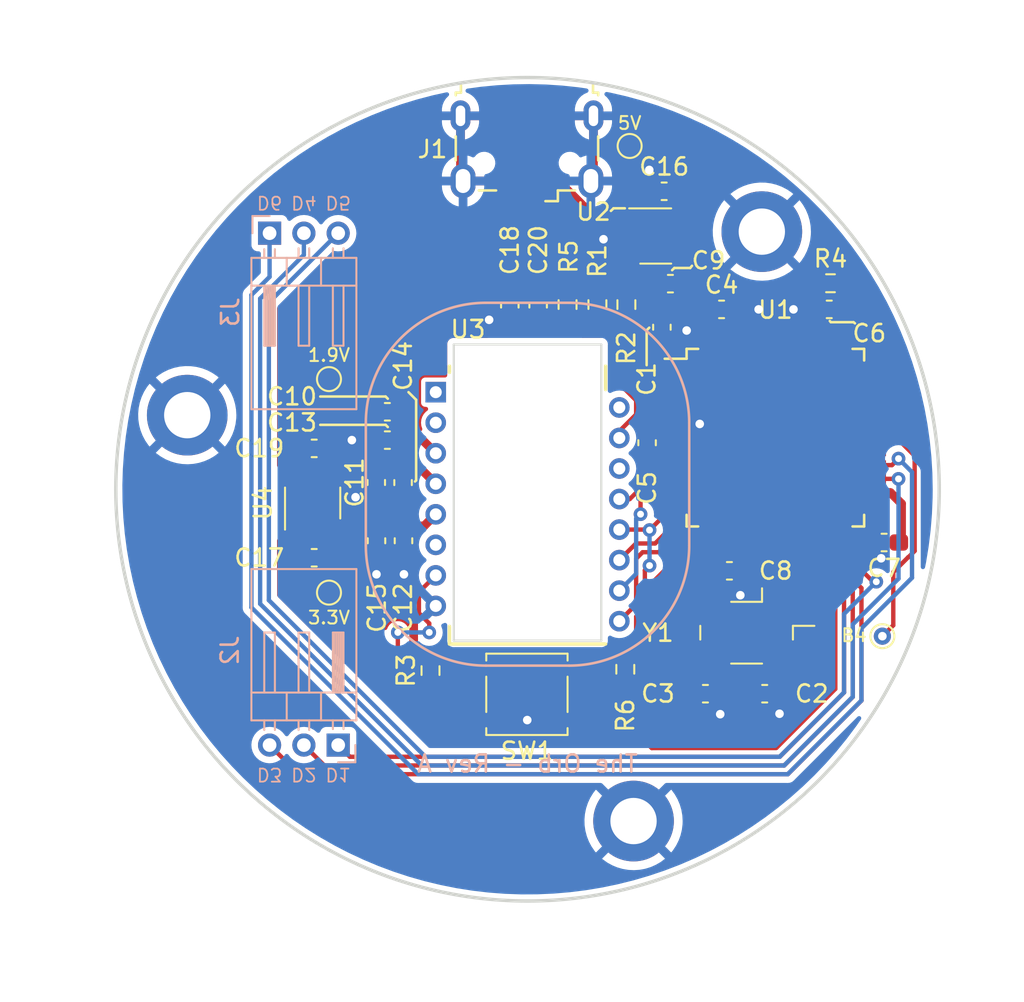
<source format=kicad_pcb>
(kicad_pcb (version 20211014) (generator pcbnew)
  (layers (0 "F.Cu" signal) (31 "B.Cu" jumper) (34 "B.Paste" user) (35 "F.Paste" user) (36 "B.SilkS" user "B.Silkscreen") (37 "F.SilkS" user "F.Silkscreen") (38 "B.Mask" user) (39 "F.Mask" user) (44 "Edge.Cuts" user))
  (net 0 "")
  (net 1 "GND")
  (net 2 "Net-(C2-Pad1)")
  (net 3 "Net-(C5-Pad1)")
  (net 4 "Net-(C3-Pad1)")
  (net 5 "Net-(R4-Pad2)")
  (net 6 "/RESET")
  (net 7 "/D-")
  (net 8 "/D+")
  (net 9 "VBUS")
  (net 10 "+3V3")
  (net 11 "Net-(C10-Pad1)")
  (net 12 "+1V9")
  (net 13 "/CONN_D+")
  (net 14 "/CONN_D-")
  (net 15 "/MISO")
  (net 16 "Net-(R5-Pad2)")
  (net 17 "/SS")
  (net 18 "/SCLK")
  (net 19 "/MOSI")
  (net 20 "/B7")
  (net 21 "/D1")
  (net 22 "/D2")
  (net 23 "/D3")
  (net 24 "/D5")
  (net 25 "/D4")
  (net 26 "/D6")
  (net 27 "/B4")
  (net 28 "/D0")
  (footprint "Capacitor_SMD:C_0603_1608Metric_Pad1.08x0.95mm_HandSolder" (layer "F.Cu") (at 115.279 95.2754)
    (fp_text reference "C9")
    (fp_text value "1uF")
  )
  (footprint "Capacitor_SMD:C_0603_1608Metric_Pad1.08x0.95mm_HandSolder" (layer "F.Cu") (at 98.7795 102.743 180)
    (fp_text reference "C10")
    (fp_text value "100nF")
  )
  (footprint "Capacitor_SMD:C_0603_1608Metric_Pad1.08x0.95mm_HandSolder" (layer "F.Cu") (at 98.1329 106.8644 -90)
    (fp_text reference "C11")
    (fp_text value "100nF")
  )
  (footprint "Capacitor_SMD:C_0603_1608Metric_Pad1.08x0.95mm_HandSolder" (layer "F.Cu") (at 99.7204 110.2614 -90)
    (fp_text reference "C12")
    (fp_text value "100nF")
  )
  (footprint "Capacitor_SMD:C_0603_1608Metric_Pad1.08x0.95mm_HandSolder" (layer "F.Cu") (at 98.7795 104.394)
    (fp_text reference "C13")
    (fp_text value "4.7uF")
  )
  (footprint "Capacitor_SMD:C_0603_1608Metric_Pad1.08x0.95mm_HandSolder" (layer "F.Cu") (at 99.695 106.8705 -90)
    (fp_text reference "C14")
    (fp_text value "10uF")
  )
  (footprint "Capacitor_SMD:C_0603_1608Metric_Pad1.08x0.95mm_HandSolder" (layer "F.Cu") (at 98.1456 110.2614 -90)
    (fp_text reference "C15")
    (fp_text value "10uF")
  )
  (footprint "Capacitor_SMD:C_0603_1608Metric_Pad1.08x0.95mm_HandSolder" (layer "F.Cu") (at 114.9144 89.8906 180)
    (fp_text reference "C16")
    (fp_text value "1uF")
  )
  (footprint "Capacitor_SMD:C_0603_1608Metric_Pad1.08x0.95mm_HandSolder" (layer "F.Cu") (at 94.5145 111.252 180)
    (fp_text reference "C17")
    (fp_text value "1uF")
  )
  (footprint "Capacitor_SMD:C_0603_1608Metric_Pad1.08x0.95mm_HandSolder" (layer "F.Cu") (at 105.918 96.520973 -90)
    (fp_text reference "C18")
    (fp_text value "10uF")
  )
  (footprint "Capacitor_SMD:C_0603_1608Metric_Pad1.08x0.95mm_HandSolder" (layer "F.Cu") (at 94.5145 104.8766 180)
    (fp_text reference "C19")
    (fp_text value "1uF")
  )
  (footprint "Capacitor_SMD:C_0603_1608Metric_Pad1.08x0.95mm_HandSolder" (layer "F.Cu") (at 107.569 96.520973 -90)
    (fp_text reference "C20")
    (fp_text value "100nF")
  )
  (footprint "Package_TO_SOT_SMD:SOT-23-5_HandSoldering" (layer "F.Cu") (at 114.4229 92.4966)
    (fp_text reference "U2")
    (fp_text value "LD39015M33R")
  )
  (footprint "Package_TO_SOT_SMD:SOT-23-5_HandSoldering" (layer "F.Cu") (at 94.4245 108.0605 90)
    (fp_text reference "U4")
    (fp_text value "TLV70019_SOT23-5")
  )
  (footprint "Resistor_SMD:R_0603_1608Metric_Pad0.98x0.95mm_HandSolder" (layer "F.Cu") (at 109.2835 96.494473 -90)
    (fp_text reference "R5")
    (fp_text value "13")
  )
  (footprint "Resistor_SMD:R_0603_1608Metric_Pad0.98x0.95mm_HandSolder" (layer "F.Cu") (at 112.649 117.7525 90)
    (fp_text reference "R6")
    (fp_text value "10K")
  )
  (footprint "Custom:USB_Micro-B_Wuerth_629105150521" (layer "F.Cu") (at 106.918 87.441 180)
    (fp_text reference "J1")
    (fp_text value "USB_B_Micro")
  )
  (footprint "Button_Switch_SMD:SW_SPST_TL3305B" (layer "F.Cu") (at 106.9145 119.2135)
    (fp_text reference "SW1")
    (fp_text value "SW_Push")
  )
  (footprint "Custom:PMW3389DM-T3QU" (layer "F.Cu") (at 101.6 101.6)
    (fp_text reference "U3")
    (fp_text value "PMW3389-T3QU" hide)
    (fp_line (start 9.65 14.48) (end 1.05 14.48) (layer "Edge.Cuts") (width 0.12))
    (fp_line (start 1.05 -2.78) (end 9.65 -2.78) (layer "Edge.Cuts") (width 0.12))
    (fp_line (start 1.05 14.48) (end 1.05 -2.78) (layer "Edge.Cuts") (width 0.12))
    (fp_line (start 9.65 -2.78) (end 9.65 14.48) (layer "Edge.Cuts") (width 0.12))
  )
  (footprint "Custom:TQFP-44_10x10mm_P0.8mm_Countoured" (layer "F.Cu") (at 121.397 104.252)
    (fp_text reference "U1")
    (fp_text value "ATmega32U4-AU")
  )
  (footprint "Capacitor_SMD:C_0603_1608Metric_Pad1.08x0.95mm_HandSolder" (layer "F.Cu") (at 114.7826 97.8143 -90)
    (fp_text reference "C1")
    (fp_text value "10uF")
  )
  (footprint "Capacitor_SMD:C_0603_1608Metric_Pad1.08x0.95mm_HandSolder" (layer "F.Cu") (at 120.7754 119.1768)
    (fp_text reference "C2")
    (fp_text value "22p")
  )
  (footprint "Capacitor_SMD:C_0603_1608Metric_Pad1.08x0.95mm_HandSolder" (layer "F.Cu") (at 117.3199 119.1768)
    (fp_text reference "C3")
    (fp_text value "22p")
  )
  (footprint "Capacitor_SMD:C_0603_1608Metric_Pad1.08x0.95mm_HandSolder" (layer "F.Cu") (at 118.2613 96.774)
    (fp_text reference "C4")
    (fp_text value "100nF")
  )
  (footprint "Capacitor_SMD:C_0603_1608Metric_Pad1.08x0.95mm_HandSolder" (layer "F.Cu") (at 113.919 104.5475 90)
    (fp_text reference "C5")
    (fp_text value "1uF")
  )
  (footprint "Capacitor_SMD:C_0603_1608Metric_Pad1.08x0.95mm_HandSolder" (layer "F.Cu") (at 124.5373 96.774 180)
    (fp_text reference "C6")
    (fp_text value "100nF")
  )
  (footprint "Capacitor_SMD:C_0603_1608Metric_Pad1.08x0.95mm_HandSolder" (layer "F.Cu") (at 127.7355 110.363 180)
    (fp_text reference "C7")
    (fp_text value "100nF")
  )
  (footprint "Capacitor_SMD:C_0603_1608Metric_Pad1.08x0.95mm_HandSolder" (layer "F.Cu") (at 118.7185 112.014)
    (fp_text reference "C8")
    (fp_text value "100nF")
  )
  (footprint "Resistor_SMD:R_0603_1608Metric_Pad0.98x0.95mm_HandSolder" (layer "F.Cu") (at 111.0234 96.494473 90)
    (fp_text reference "R1")
    (fp_text value "22")
  )
  (footprint "Resistor_SMD:R_0603_1608Metric_Pad0.98x0.95mm_HandSolder" (layer "F.Cu") (at 112.7125 96.494473 90)
    (fp_text reference "R2")
    (fp_text value "22")
  )
  (footprint "Resistor_SMD:R_0603_1608Metric_Pad0.98x0.95mm_HandSolder" (layer "F.Cu") (at 101.2952 117.8287 90)
    (fp_text reference "R3")
    (fp_text value "10K")
  )
  (footprint "Resistor_SMD:R_0603_1608Metric_Pad0.98x0.95mm_HandSolder" (layer "F.Cu") (at 124.6105 95.25)
    (fp_text reference "R4")
    (fp_text value "1k")
  )
  (footprint "MountingHole:MountingHole_2.7mm_M2.5_DIN965_Pad" (layer "F.Cu") (at 120.608 92.242)
    (fp_text reference "H1" hide)
    (fp_text value "MountingHole_Pad" hide)
  )
  (footprint "MountingHole:MountingHole_2.7mm_M2.5_DIN965_Pad" (layer "F.Cu") (at 113.13 126.6)
    (fp_text reference "H2" hide)
    (fp_text value "MountingHole_Pad" hide)
  )
  (footprint "MountingHole:MountingHole_2.7mm_M2.5_DIN965_Pad" (layer "F.Cu") (at 87.115 102.94)
    (fp_text reference "H3" hide)
    (fp_text value "MountingHole_Pad" hide)
  )
  (footprint "Custom:Crystal_SMD_Abracon_ABM3B-4Pin_5.0x3.2mm_HandSoldering" (layer "F.Cu") (at 119.7202 115.6208 180)
    (fp_text reference "Y1")
    (fp_text value "Crystal_GND24")
  )
  (footprint "TestPoint:TestPoint_THTPad_D1.0mm_Drill0.5mm" (layer "F.Cu") (at 127.635 115.824)
    (fp_text reference "TP1" hide)
    (fp_text value "TestPoint" hide)
  )
  (footprint "TestPoint:TestPoint_Pad_D1.0mm" (layer "F.Cu") (at 95.377 113.284)
    (fp_text reference "TP2" hide)
    (fp_text value "TestPoint" hide)
  )
  (footprint "TestPoint:TestPoint_Pad_D1.0mm" (layer "F.Cu") (at 95.377 100.838)
    (fp_text reference "TP3" hide)
    (fp_text value "TestPoint" hide)
  )
  (footprint "TestPoint:TestPoint_Pad_D1.0mm" (layer "F.Cu") (at 112.903 87.249)
    (fp_text reference "TP4" hide)
    (fp_text value "TestPoint" hide)
  )
  (footprint "Custom:Harwin_M22-203" (layer "B.Cu") (at 95.9135 122.171 90)
    (fp_text reference "J2")
    (fp_text value "Conn_01x03")
  )
  (footprint "Custom:Harwin_M22-203" (layer "B.Cu") (at 91.9135 92.332 -90)
    (fp_text reference "J3")
    (fp_text value "Conn_01x03")
  )
  (gr_line (start 94.869 103.505) (end 98.679 103.505) (layer "F.SilkS") (width 0.15))
  (gr_line (start 111.8108 91.0336) (end 111.9632 90.8812) (layer "F.SilkS") (width 0.15))
  (gr_line (start 124.63 97.52) (end 125.95 97.52) (layer "F.SilkS") (width 0.15))
  (gr_line (start 98.679 101.854) (end 98.806 101.981) (layer "F.SilkS") (width 0.15))
  (gr_line (start 114.046 97.8408) (end 113.8936 97.9932) (layer "F.SilkS") (width 0.15))
  (gr_line (start 100.457 106.7435) (end 100.457 102.0445) (layer "F.SilkS") (width 0.15))
  (gr_line (start 116.4336 94.361) (end 115.5065 94.361) (layer "F.SilkS") (width 0.15))
  (gr_line (start 113.8936 97.9932) (end 113.8936 100.0252) (layer "F.SilkS") (width 0.15))
  (gr_line (start 116.4336 94.361) (end 116.5352 94.234) (layer "F.SilkS") (width 0.15))
  (gr_line (start 98.679 103.505) (end 98.806 103.632) (layer "F.SilkS") (width 0.15))
  (gr_line (start 100.3935 106.807) (end 100.457 106.7435) (layer "F.SilkS") (width 0.15))
  (gr_line (start 94.869 101.854) (end 98.679 101.854) (layer "F.SilkS") (width 0.15))
  (gr_line (start 124.57 97.45) (end 124.63 97.52) (layer "F.SilkS") (width 0.15))
  (gr_line (start 125.95 97.52) (end 126.0348 97.5868) (layer "F.SilkS") (width 0.15))
  (gr_line (start 111.9632 90.8812) (end 112.6236 90.8812) (layer "F.SilkS") (width 0.15))
  (gr_line (start 100.457 102.0445) (end 100.0125 101.6) (layer "F.SilkS") (width 0.15))
  (gr_line (start 115.5065 94.361) (end 115.3795 94.488) (layer "F.SilkS") (width 0.15))
  (gr_circle (center 106.95 107.26) (end 130.95 107.26) (layer "Edge.Cuts") (width 0.2) (fill none))
  (gr_text "D4" (at 93.9135 90.554 180) (layer "B.SilkS") (effects (font (size 0.762 0.762) (thickness 0.1016)) (justify mirror)))
  (gr_text "D5" (at 95.9135 90.554 180) (layer "B.SilkS") (effects (font (size 0.762 0.762) (thickness 0.1016)) (justify mirror)))
  (gr_text "D6" (at 91.9135 90.554 180) (layer "B.SilkS") (effects (font (size 0.762 0.762) (thickness 0.1016)) (justify mirror)))
  (gr_text "D1" (at 95.9135 123.8885 180) (layer "B.SilkS") (effects (font (size 0.762 0.762) (thickness 0.1016)) (justify mirror)))
  (gr_text "The Orb - Rev A" (at 106.95 123.26) (layer "B.SilkS") (effects (font (size 1 1)) (justify mirror)))
  (gr_text "D3" (at 91.9135 123.8885 180) (layer "B.SilkS") (effects (font (size 0.762 0.762) (thickness 0.1016)) (justify mirror)))
  (gr_text "D2" (at 93.9135 123.8885 180) (layer "B.SilkS") (effects (font (size 0.762 0.762) (thickness 0.1016)) (justify mirror)))
  (gr_text "5V" (at 112.903 85.9155) (layer "F.SilkS") (effects (font (size 0.75 0.75) (thickness 0.12))))
  (gr_text "1.9V" (at 95.377 99.441) (layer "F.SilkS") (effects (font (size 0.75 0.75) (thickness 0.12))))
  (gr_text "3.3V" (at 95.377 114.7445) (layer "F.SilkS") (effects (font (size 0.75 0.75) (thickness 0.12))))
  (gr_text "B4" (at 125.984 115.7715) (layer "F.SilkS") (effects (font (size 0.75 0.75) (thickness 0.12))))
  (segment (start 103.193 89.291) (end 105.534999 89.291) (width 0.508) (layer "F.Cu") (net 1))
  (segment (start 93.652 111.252) (end 94.4245 110.4795) (width 0.508) (layer "F.Cu") (net 1))
  (segment (start 119.581 113.210014) (end 119.3546 113.436414) (width 0.508) (layer "F.Cu") (net 1))
  (segment (start 107.569 97.383473) (end 105.918 97.383473) (width 0.508) (layer "F.Cu") (net 1))
  (segment (start 96.647 108.0008) (end 96.9264 107.7214) (width 0.508) (layer "F.Cu") (net 1))
  (segment (start 118.670214 114.1208) (end 119.3546 113.436414) (width 0.508) (layer "F.Cu") (net 1))
  (segment (start 94.4245 110.4795) (end 94.4245 109.4105) (width 0.508) (layer "F.Cu") (net 1))
  (segment (start 94.4245 109.4105) (end 94.4245 108.341098) (width 0.508) (layer "F.Cu") (net 1))
  (segment (start 98.1274 107.7214) (end 98.1329 107.7269) (width 0.508) (layer "F.Cu") (net 1))
  (segment (start 114.0519 89.8906) (end 114.0519 88.651894) (width 0.508) (layer "F.Cu") (net 1))
  (segment (start 106.934 120.7135) (end 103.3145 120.7135) (width 0.508) (layer "F.Cu") (net 1))
  (segment (start 121.6379 119.1768) (end 121.6379 120.3441) (width 0.508) (layer "F.Cu") (net 1))
  (segment (start 94.4245 108.341098) (end 94.764798 108.0008) (width 0.508) (layer "F.Cu") (net 1))
  (segment (start 123.6748 96.774) (end 122.4534 96.774) (width 0.508) (layer "F.Cu") (net 1))
  (segment (start 99.695 107.733) (end 98.139 107.733) (width 0.508) (layer "F.Cu") (net 1))
  (segment (start 123.807988 96.774) (end 123.6748 96.774) (width 0.508) (layer "F.Cu") (net 1))
  (segment (start 103.043 89.014) (end 103.193 89.164) (width 0.508) (layer "F.Cu") (net 1))
  (segment (start 117.2702 114.1208) (end 118.670214 114.1208) (width 0.508) (layer "F.Cu") (net 1))
  (segment (start 116.988197 103.452) (end 116.988206 103.451991) (width 0.508) (layer "F.Cu") (net 1))
  (segment (start 99.7204 112.1918) (end 99.7458 112.2172) (width 0.508) (layer "F.Cu") (net 1))
  (segment (start 115.697 103.452) (end 116.988197 103.452) (width 0.508) (layer "F.Cu") (net 1))
  (segment (start 123.6748 95.2732) (end 123.698 95.25) (width 0.508) (layer "F.Cu") (net 1))
  (segment (start 99.7204 111.1239) (end 99.7204 112.1918) (width 0.508) (layer "F.Cu") (net 1))
  (segment (start 115.697 103.452) (end 114.152 103.452) (width 0.508) (layer "F.Cu") (net 1))
  (segment (start 123.6748 96.774) (end 123.6748 95.2732) (width 0.508) (layer "F.Cu") (net 1))
  (segment (start 118.197 97.567612) (end 118.990612 96.774) (width 0.508) (layer "F.Cu") (net 1))
  (segment (start 93.652 104.8766) (end 94.4245 105.6491) (width 0.508) (layer "F.Cu") (net 1))
  (segment (start 119.797 111.798) (end 119.581 112.014) (width 0.508) (layer "F.Cu") (net 1))
  (segment (start 121.6379 120.3441) (end 121.639 120.3452) (width 0.508) (layer "F.Cu") (net 1))
  (segment (start 118.1824 119.1768) (end 118.1824 120.3474) (width 0.508) (layer "F.Cu") (net 1))
  (segment (start 126.873 108.476) (end 127.097 108.252) (width 0.508) (layer "F.Cu") (net 1))
  (segment (start 105.918 97.383473) (end 104.7115 97.383473) (width 0.508) (layer "F.Cu") (net 1))
  (segment (start 126.873 110.589976) (end 127.565791 111.282767) (width 0.508) (layer "F.Cu") (net 1))
  (segment (start 103.043 85.491) (end 103.043 89.141) (width 0.508) (layer "F.Cu") (net 1))
  (segment (start 110.793 85.491) (end 110.793 89.141) (width 0.508) (layer "F.Cu") (net 1))
  (segment (start 118.990612 96.774) (end 119.1238 96.774) (width 0.508) (layer "F.Cu") (net 1))
  (segment (start 118.1824 120.3474) (end 118.1592 120.3706) (width 0.508) (layer "F.Cu") (net 1))
  (segment (start 96.9264 107.7214) (end 98.1274 107.7214) (width 0.508) (layer "F.Cu") (net 1))
  (segment (start 97.917 104.394) (end 97.917 102.743) (width 0.508) (layer "F.Cu") (net 1))
  (segment (start 111.567 92.4966) (end 111.379 92.6846) (width 0.508) (layer "F.Cu") (net 1))
  (segment (start 119.1238 96.774) (end 120.4214 96.774) (width 0.508) (layer "F.Cu") (net 1))
  (segment (start 97.917 104.394) (end 96.7105 104.394) (width 0.508) (layer "F.Cu") (net 1))
  (segment (start 116.1415 97.92142) (end 116.225452 98.005372) (width 0.508) (layer "F.Cu") (net 1))
  (segment (start 119.797 109.952) (end 119.797 111.798) (width 0.508) (layer "F.Cu") (net 1))
  (segment (start 94.764798 108.0008) (end 96.647 108.0008) (width 0.508) (layer "F.Cu") (net 1))
  (segment (start 99.7204 111.1239) (end 98.1456 111.1239) (width 0.508) (layer "F.Cu") (net 1))
  (segment (start 118.197 98.552) (end 118.197 97.567612) (width 0.508) (layer "F.Cu") (net 1))
  (segment (start 113.0729 92.4966) (end 111.567 92.4966) (width 0.508) (layer "F.Cu") (net 1))
  (segment (start 98.139 107.733) (end 98.1329 107.7269) (width 0.508) (layer "F.Cu") (net 1))
  (segment (start 115.554024 98.6768) (end 116.225452 98.005372) (width 0.508) (layer "F.Cu") (net 1))
  (segment (start 116.1415 95.2754) (end 116.1415 97.92142) (width 0.508) (layer "F.Cu") (net 1))
  (segment (start 94.4245 105.6491) (end 94.4245 108.341098) (width 0.508) (layer "F.Cu") (net 1))
  (segment (start 110.793 85.491) (end 103.043 85.491) (width 0.508) (layer "F.Cu") (net 1))
  (segment (start 110.793 89.014) (end 110.643 89.164) (width 0.508) (layer "F.Cu") (net 1))
  (segment (start 110.5145 120.7135) (end 106.934 120.7135) (width 0.508) (layer "F.Cu") (net 1))
  (segment (start 126.873 110.363) (end 126.873 108.476) (width 0.508) (layer "F.Cu") (net 1))
  (segment (start 124.597 98.552) (end 124.597 97.563012) (width 0.508) (layer "F.Cu") (net 1))
  (segment (start 126.873 110.363) (end 126.873 110.589976) (width 0.508) (layer "F.Cu") (net 1))
  (segment (start 124.597 97.563012) (end 123.807988 96.774) (width 0.508) (layer "F.Cu") (net 1))
  (segment (start 114.0519 88.651894) (end 114.046 88.645994) (width 0.508) (layer "F.Cu") (net 1))
  (segment (start 98.1456 111.1239) (end 98.1456 112.217198) (width 0.508) (layer "F.Cu") (net 1))
  (segment (start 114.152 103.452) (end 113.919 103.685) (width 0.508) (layer "F.Cu") (net 1))
  (segment (start 119.581 112.014) (end 119.581 113.210014) (width 0.508) (layer "F.Cu") (net 1))
  (segment (start 114.7826 98.6768) (end 115.554024 98.6768) (width 0.508) (layer "F.Cu") (net 1))
  (via (at 96.7105 104.394) (size 1) (drill 0.5) (layers "F.Cu" "B.Cu") (net 1))
  (via (at 119.3546 113.436414) (size 1) (drill 0.5) (layers "F.Cu" "B.Cu") (net 1))
  (via (at 104.7115 97.383473) (size 1) (drill 0.5) (layers "F.Cu" "B.Cu") (net 1))
  (via (at 127.565791 111.282767) (size 1) (drill 0.5) (layers "F.Cu" "B.Cu") (net 1))
  (via (at 116.225452 98.005372) (size 1) (drill 0.5) (layers "F.Cu" "B.Cu") (net 1))
  (via locked (at 98.1456 112.217198) (size 1) (drill 0.5) (layers "F.Cu" "B.Cu") (net 1))
  (via (at 106.934 120.7135) (size 1) (drill 0.5) (layers "F.Cu" "B.Cu") (net 1))
  (via (at 114.046 88.645994) (size 1) (drill 0.5) (layers "F.Cu" "B.Cu") (net 1))
  (via (at 120.4214 96.774) (size 1) (drill 0.5) (layers "F.Cu" "B.Cu") (net 1))
  (via (at 122.4534 96.774) (size 1) (drill 0.5) (layers "F.Cu" "B.Cu") (net 1))
  (via (at 118.1824 120.3706) (size 1) (drill 0.5) (layers "F.Cu" "B.Cu") (net 1))
  (via locked (at 99.7458 112.2172) (size 1) (drill 0.5) (layers "F.Cu" "B.Cu") (net 1))
  (via (at 111.379 92.6846) (size 1) (drill 0.5) (layers "F.Cu" "B.Cu") (net 1))
  (via (at 116.988206 103.451991) (size 1) (drill 0.5) (layers "F.Cu" "B.Cu") (net 1))
  (via (at 121.639 120.3452) (size 1) (drill 0.5) (layers "F.Cu" "B.Cu") (net 1))
  (via (at 96.9264 107.7214) (size 1) (drill 0.5) (layers "F.Cu" "B.Cu") (net 1))
  (segment (start 121.397 109.952) (end 121.397 110.8814) (width 0.254) (layer "F.Cu") (net 2))
  (segment (start 119.9129 119.1768) (end 119.9129 116.342298) (width 0.254) (layer "F.Cu") (net 2))
  (segment (start 122.134398 114.1208) (end 122.1702 114.1208) (width 0.254) (layer "F.Cu") (net 2))
  (segment (start 119.9129 116.342298) (end 122.134398 114.1208) (width 0.254) (layer "F.Cu") (net 2))
  (segment (start 121.397 110.8814) (end 122.174 111.6584) (width 0.254) (layer "F.Cu") (net 2))
  (segment (start 122.1702 114.1208) (end 122.1702 111.6546) (width 0.254) (layer "F.Cu") (net 2))
  (segment (start 113.919 105.5359) (end 113.919 105.2576) (width 0.254) (layer "F.Cu") (net 3))
  (segment (start 114.9246 104.252) (end 115.697 104.252) (width 0.254) (layer "F.Cu") (net 3))
  (segment (start 113.919 105.2576) (end 114.9246 104.252) (width 0.254) (layer "F.Cu") (net 3))
  (segment (start 120.597 112.658198) (end 120.339199 112.915999) (width 0.254) (layer "F.Cu") (net 4))
  (segment (start 116.4574 117.9336) (end 117.2702 117.1208) (width 0.254) (layer "F.Cu") (net 4))
  (segment (start 117.2702 116.9178) (end 117.2702 117.1208) (width 0.254) (layer "F.Cu") (net 4))
  (segment (start 120.339199 113.848801) (end 117.2702 116.9178) (width 0.254) (layer "F.Cu") (net 4))
  (segment (start 116.4574 119.1768) (end 116.4574 117.9336) (width 0.254) (layer "F.Cu") (net 4))
  (segment (start 120.597 109.952) (end 120.597 112.658198) (width 0.254) (layer "F.Cu") (net 4))
  (segment (start 120.339199 112.915999) (end 120.339199 113.848801) (width 0.254) (layer "F.Cu") (net 4))
  (segment (start 126.492 99.647) (end 127.097 100.252) (width 0.508) (layer "F.Cu") (net 5))
  (segment (start 125.523 95.25) (end 126.492 96.219) (width 0.508) (layer "F.Cu") (net 5))
  (segment (start 126.492 96.219) (end 126.492 99.647) (width 0.508) (layer "F.Cu") (net 5))
  (segment (start 118.197 110.862802) (end 117.976801 111.083001) (width 0.254) (layer "F.Cu") (net 6))
  (segment (start 114.29702 114.389848) (end 113.789011 114.897857) (width 0.254) (layer "F.Cu") (net 6))
  (segment (start 118.197 109.952) (end 118.197 110.862802) (width 0.254) (layer "F.Cu") (net 6))
  (segment (start 113.789011 114.897857) (end 113.789011 117.062195) (width 0.254) (layer "F.Cu") (net 6))
  (segment (start 117.976801 111.083001) (end 115.840599 111.083001) (width 0.254) (layer "F.Cu") (net 6))
  (segment (start 103.3145 117.7135) (end 102.0925 117.7135) (width 0.254) (layer "F.Cu") (net 6))
  (segment (start 102.0925 117.7135) (end 101.2952 116.9162) (width 0.254) (layer "F.Cu") (net 6))
  (segment (start 103.3145 117.7135) (end 110.5145 117.7135) (width 0.254) (layer "F.Cu") (net 6))
  (segment (start 113.137706 117.7135) (end 110.5145 117.7135) (width 0.254) (layer "F.Cu") (net 6))
  (segment (start 113.789011 117.062195) (end 113.137706 117.7135) (width 0.254) (layer "F.Cu") (net 6))
  (segment (start 115.840599 111.083001) (end 114.297021 112.626579) (width 0.254) (layer "F.Cu") (net 6))
  (segment (start 114.297021 112.626579) (end 114.29702 114.389848) (width 0.254) (layer "F.Cu") (net 6))
  (segment (start 113.406696 100.611957) (end 113.506167 100.512485) (width 0.254) (layer "F.Cu") (net 7))
  (segment (start 112.831959 100.324589) (end 112.683911 100.176541) (width 0.254) (layer "F.Cu") (net 7))
  (segment (start 115.697 101.852) (end 115.222 101.852) (width 0.254) (layer "F.Cu") (net 7))
  (segment (start 112.28457 97.834903) (end 112.7125 97.406973) (width 0.254) (layer "F.Cu") (net 7))
  (segment (start 112.683911 98.234244) (end 112.28457 97.834903) (width 0.254) (layer "F.Cu") (net 7))
  (segment (start 113.218798 100.225117) (end 113.119326 100.324588) (width 0.254) (layer "F.Cu") (net 7))
  (segment (start 114.164803 101.657432) (end 113.981433 101.474063) (width 0.254) (layer "F.Cu") (net 7))
  (segment (start 114.55617 101.840804) (end 114.372798 101.657432) (width 0.254) (layer "F.Cu") (net 7))
  (segment (start 112.683911 100.176541) (end 112.683911 98.234244) (width 0.254) (layer "F.Cu") (net 7))
  (segment (start 112.831958 100.324588) (end 112.831959 100.324589) (width 0.254) (layer "F.Cu") (net 7))
  (segment (start 114.556169 101.944803) (end 114.55617 101.944802) (width 0.254) (layer "F.Cu") (net 7))
  (segment (start 113.981433 101.266067) (end 113.798061 101.082695) (width 0.254) (layer "F.Cu") (net 7))
  (segment (start 113.590066 101.082695) (end 113.406696 100.899326) (width 0.254) (layer "F.Cu") (net 7))
  (segment (start 114.268801 101.657433) (end 114.268801 101.657432) (width 0.254) (layer "F.Cu") (net 7))
  (segment (start 115.0252 102.0488) (end 114.55617 102.0488) (width 0.254) (layer "F.Cu") (net 7))
  (segment (start 113.406695 100.611957) (end 113.406696 100.611957) (width 0.254) (layer "F.Cu") (net 7))
  (segment (start 113.981432 101.370066) (end 113.981433 101.370065) (width 0.254) (layer "F.Cu") (net 7))
  (segment (start 115.222 101.852) (end 115.0252 102.0488) (width 0.254) (layer "F.Cu") (net 7))
  (segment (start 113.694064 101.082696) (end 113.694064 101.082695) (width 0.254) (layer "F.Cu") (net 7))
  (segment (start 113.218798 100.225116) (end 113.218798 100.225117) (width 0.254) (layer "F.Cu") (net 7))
  (arc (start 113.981433 101.474063) (mid 113.959894 101.422065) (end 113.981432 101.370066) (width 0.254) (layer "F.Cu") (net 7))
  (arc (start 114.55617 101.944802) (mid 114.577709 101.892803) (end 114.55617 101.840804) (width 0.254) (layer "F.Cu") (net 7))
  (arc (start 114.55617 102.0488) (mid 114.534631 101.996802) (end 114.556169 101.944803) (width 0.254) (layer "F.Cu") (net 7))
  (arc (start 113.981433 101.370065) (mid 114.002972 101.318066) (end 113.981433 101.266067) (width 0.254) (layer "F.Cu") (net 7))
  (arc (start 114.372798 101.657432) (mid 114.320799 101.635894) (end 114.268801 101.657433) (width 0.254) (layer "F.Cu") (net 7))
  (arc (start 113.406696 100.899326) (mid 113.347179 100.755642) (end 113.406695 100.611957) (width 0.254) (layer "F.Cu") (net 7))
  (arc (start 113.694064 101.082695) (mid 113.642065 101.104234) (end 113.590066 101.082695) (width 0.254) (layer "F.Cu") (net 7))
  (arc (start 113.506167 100.512485) (mid 113.565683 100.368801) (end 113.506167 100.225117) (width 0.254) (layer "F.Cu") (net 7))
  (arc (start 113.506167 100.225117) (mid 113.362483 100.1656) (end 113.218798 100.225116) (width 0.254) (layer "F.Cu") (net 7))
  (arc (start 114.268801 101.657432) (mid 114.216802 101.678971) (end 114.164803 101.657432) (width 0.254) (layer "F.Cu") (net 7))
  (arc (start 113.119326 100.324588) (mid 112.975642 100.384104) (end 112.831958 100.324588) (width 0.254) (layer "F.Cu") (net 7))
  (arc (start 113.798061 101.082695) (mid 113.746062 101.061157) (end 113.694064 101.082696) (width 0.254) (layer "F.Cu") (net 7))
  (segment (start 112.27752 100.34489) (end 112.27752 98.402578) (width 0.254) (layer "F.Cu") (net 8))
  (segment (start 112.27752 98.402578) (end 111.667422 97.79248) (width 0.254) (layer "F.Cu") (net 8))
  (segment (start 115.697 102.652) (end 115.222 102.652) (width 0.254) (layer "F.Cu") (net 8))
  (segment (start 114.38783 102.4552) (end 112.27752 100.34489) (width 0.254) (layer "F.Cu") (net 8))
  (segment (start 115.222 102.652) (end 115.0252 102.4552) (width 0.254) (layer "F.Cu") (net 8))
  (segment (start 111.667422 97.79248) (end 111.408907 97.79248) (width 0.254) (layer "F.Cu") (net 8))
  (segment (start 111.408907 97.79248) (end 111.0234 97.406973) (width 0.254) (layer "F.Cu") (net 8))
  (segment (start 115.0252 102.4552) (end 114.38783 102.4552) (width 0.254) (layer "F.Cu") (net 8))
  (segment (start 113.79959 99.29619) (end 114.427 99.9236) (width 0.508) (layer "F.Cu") (net 9))
  (segment (start 114.4165 95.2754) (end 113.79959 95.89231) (width 0.508) (layer "F.Cu") (net 9))
  (segment (start 113.79959 95.89231) (end 113.79959 99.29619) (width 0.508) (layer "F.Cu") (net 9))
  (segment (start 111.006861 91.5466) (end 108.774261 89.314) (width 0.508) (layer "F.Cu") (net 9))
  (segment (start 114.427 100.7364) (end 114.7426 101.052) (width 0.508) (layer "F.Cu") (net 9))
  (segment (start 112.903 91.3767) (end 113.0729 91.5466) (width 0.508) (layer "F.Cu") (net 9))
  (segment (start 114.7426 101.052) (end 115.697 101.052) (width 0.508) (layer "F.Cu") (net 9))
  (segment (start 114.4165 95.2754) (end 114.4165 93.4317) (width 0.508) (layer "F.Cu") (net 9))
  (segment (start 116.955 105.052) (end 117.996208 104.010792) (width 0.508) (layer "F.Cu") (net 9))
  (segment (start 114.4165 91.820798) (end 114.142302 91.5466) (width 0.508) (layer "F.Cu") (net 9))
  (segment (start 116.955 101.052) (end 115.697 101.052) (width 0.508) (layer "F.Cu") (net 9))
  (segment (start 114.4165 93.4317) (end 114.4165 91.820798) (width 0.508) (layer "F.Cu") (net 9))
  (segment (start 114.142302 91.5466) (end 113.0729 91.5466) (width 0.508) (layer "F.Cu") (net 9))
  (segment (start 113.0729 93.4466) (end 114.4016 93.4466) (width 0.508) (layer "F.Cu") (net 9))
  (segment (start 115.697 105.052) (end 116.955 105.052) (width 0.508) (layer "F.Cu") (net 9))
  (segment (start 114.427 99.9236) (end 114.427 100.7364) (width 0.508) (layer "F.Cu") (net 9))
  (segment (start 114.7826 96.9518) (end 113.8428 96.9518) (width 0.508) (layer "F.Cu") (net 9))
  (segment (start 112.903 87.249) (end 112.903 91.3767) (width 0.508) (layer "F.Cu") (net 9))
  (segment (start 117.996208 102.093208) (end 116.955 101.052) (width 0.508) (layer "F.Cu") (net 9))
  (segment (start 113.0729 91.5466) (end 111.006861 91.5466) (width 0.508) (layer "F.Cu") (net 9))
  (segment (start 117.996208 104.010792) (end 117.996208 102.093208) (width 0.508) (layer "F.Cu") (net 9))
  (segment (start 108.774261 89.314) (end 108.30461 89.314) (width 0.508) (layer "F.Cu") (net 9))
  (segment (start 114.4016 93.4466) (end 114.4165 93.4317) (width 0.508) (layer "F.Cu") (net 9))
  (segment (start 124.503401 108.693999) (end 125.7454 107.452) (width 0.508) (layer "F.Cu") (net 10))
  (segment (start 114.424021 115.160888) (end 114.424021 117.364979) (width 0.508) (layer "F.Cu") (net 10))
  (segment (start 125.7454 107.452) (end 127.097 107.452) (width 0.508) (layer "F.Cu") (net 10))
  (segment locked (start 95.377 111.252) (end 96.3422 111.252) (width 0.508) (layer "F.Cu") (net 10))
  (segment (start 117.397 99.691402) (end 117.397 98.552) (width 0.508) (layer "F.Cu") (net 10))
  (segment (start 99.7204 109.3989) (end 100.9211 109.3989) (width 0.508) (layer "F.Cu") (net 10))
  (segment (start 128.7526 110.2084) (end 128.598 110.363) (width 0.508) (layer "F.Cu") (net 10))
  (segment (start 113.124 118.665) (end 112.649 118.665) (width 0.508) (layer "F.Cu") (net 10))
  (segment (start 127.097 107.452) (end 125.839 107.452) (width 0.508) (layer "F.Cu") (net 10))
  (segment (start 95.377 111.252) (end 94.39399 112.23501) (width 0.508) (layer "F.Cu") (net 10))
  (segment locked (start 97.137599 112.701039) (end 97.661759 113.225199) (width 0.508) (layer "F.Cu") (net 10))
  (segment (start 118.997 109.952) (end 118.997 108.812598) (width 0.508) (layer "F.Cu") (net 10))
  (segment (start 100.9211 109.3989) (end 101.6 108.72) (width 0.508) (layer "F.Cu") (net 10))
  (segment locked (start 100.31219 115.122113) (end 100.31219 117.75819) (width 0.508) (layer "F.Cu") (net 10))
  (segment (start 127.097 107.452) (end 128.104556 107.452) (width 0.508) (layer "F.Cu") (net 10))
  (segment (start 125.397 96.7768) (end 125.3998 96.774) (width 0.508) (layer "F.Cu") (net 10))
  (segment (start 92.60649 111.798302) (end 92.60649 110.27851) (width 0.508) (layer "F.Cu") (net 10))
  (segment locked (start 99.686999 113.225199) (end 99.983988 113.522188) (width 0.508) (layer "F.Cu") (net 10))
  (segment (start 125.397 98.552) (end 125.397 99.691402) (width 0.508) (layer "F.Cu") (net 10))
  (segment (start 125.278401 99.810001) (end 117.515599 99.810001) (width 0.508) (layer "F.Cu") (net 10))
  (segment (start 95.377 109.413) (end 95.3745 109.4105) (width 0.508) (layer "F.Cu") (net 10))
  (segment (start 114.93203 114.652879) (end 114.424021 115.160888) (width 0.508) (layer "F.Cu") (net 10))
  (segment (start 117.3988 96.774) (end 117.367399 96.742599) (width 0.508) (layer "F.Cu") (net 10))
  (segment (start 125.839 107.452) (end 125.397 107.01) (width 0.508) (layer "F.Cu") (net 10))
  (segment locked (start 96.3422 111.252) (end 97.137599 112.047399) (width 0.508) (layer "F.Cu") (net 10))
  (segment (start 117.515599 99.810001) (end 117.397 99.691402) (width 0.508) (layer "F.Cu") (net 10))
  (segment (start 119.115599 108.693999) (end 124.503401 108.693999) (width 0.508) (layer "F.Cu") (net 10))
  (segment locked (start 100.31219 117.75819) (end 101.2952 118.7412) (width 0.508) (layer "F.Cu") (net 10))
  (segment (start 95.377 111.252) (end 95.377 109.413) (width 0.508) (layer "F.Cu") (net 10))
  (segment (start 125.397 107.01) (end 125.397 98.552) (width 0.508) (layer "F.Cu") (net 10))
  (segment (start 95.404602 109.440602) (end 98.103898 109.440602) (width 0.508) (layer "F.Cu") (net 10))
  (segment (start 115.948642 112.014) (end 114.932031 113.030611) (width 0.508) (layer "F.Cu") (net 10))
  (segment (start 95.3745 109.4105) (end 95.404602 109.440602) (width 0.508) (layer "F.Cu") (net 10))
  (segment (start 117.367399 96.742599) (end 117.367399 94.710599) (width 0.508) (layer "F.Cu") (net 10))
  (segment (start 118.997 108.812598) (end 119.115599 108.693999) (width 0.508) (layer "F.Cu") (net 10))
  (segment (start 114.932031 113.030611) (end 114.93203 114.652879) (width 0.508) (layer "F.Cu") (net 10))
  (segment (start 128.104556 107.452) (end 128.7526 108.100044) (width 0.508) (layer "F.Cu") (net 10))
  (segment (start 101.4768 118.9228) (end 101.2952 118.7412) (width 0.508) (layer "F.Cu") (net 10))
  (segment (start 92.60649 110.27851) (end 93.4745 109.4105) (width 0.508) (layer "F.Cu") (net 10))
  (segment (start 93.043198 112.23501) (end 92.60649 111.798302) (width 0.508) (layer "F.Cu") (net 10))
  (segment (start 112.649 118.665) (end 112.3912 118.9228) (width 0.508) (layer "F.Cu") (net 10))
  (segment (start 128.7526 108.100044) (end 128.7526 110.2084) (width 0.508) (layer "F.Cu") (net 10))
  (segment locked (start 99.983988 114.793911) (end 100.31219 115.122113) (width 0.508) (layer "F.Cu") (net 10))
  (segment locked (start 97.137599 112.047399) (end 97.137599 112.701039) (width 0.508) (layer "F.Cu") (net 10))
  (segment locked (start 97.661759 113.225199) (end 99.686999 113.225199) (width 0.508) (layer "F.Cu") (net 10))
  (segment (start 117.856 112.014) (end 115.948642 112.014) (width 0.508) (layer "F.Cu") (net 10))
  (segment (start 117.367399 94.710599) (end 117.0686 94.4118) (width 0.508) (layer "F.Cu") (net 10))
  (segment (start 125.397 99.691402) (end 125.278401 99.810001) (width 0.508) (layer "F.Cu") (net 10))
  (segment (start 117.0686 94.4118) (end 117.0686 92.8423) (width 0.508) (layer "F.Cu") (net 10))
  (segment (start 117.0686 92.8423) (end 115.7729 91.5466) (width 0.508) (layer "F.Cu") (net 10))
  (segment (start 118.997 111.006188) (end 117.989188 112.014) (width 0.508) (layer "F.Cu") (net 10))
  (segment (start 94.39399 112.23501) (end 93.043198 112.23501) (width 0.508) (layer "F.Cu") (net 10))
  (segment (start 125.397 98.552) (end 125.397 96.7768) (width 0.508) (layer "F.Cu") (net 10))
  (segment (start 114.424021 117.364979) (end 113.124 118.665) (width 0.508) (layer "F.Cu") (net 10))
  (segment (start 117.397 96.7758) (end 117.3988 96.774) (width 0.508) (layer "F.Cu") (net 10))
  (segment locked (start 99.983988 113.522188) (end 99.983988 114.793911) (width 0.508) (layer "F.Cu") (net 10))
  (segment (start 98.1456 109.3989) (end 99.7204 109.3989) (width 0.508) (layer "F.Cu") (net 10))
  (segment (start 98.103898 109.440602) (end 98.1456 109.3989) (width 0.508) (layer "F.Cu") (net 10))
  (segment (start 115.7729 91.5466) (end 115.7729 89.8946) (width 0.508) (layer "F.Cu") (net 10))
  (segment (start 117.397 98.552) (end 117.397 96.7758) (width 0.508) (layer "F.Cu") (net 10))
  (segment (start 112.3912 118.9228) (end 101.4768 118.9228) (width 0.508) (layer "F.Cu") (net 10))
  (segment (start 117.989188 112.014) (end 117.856 112.014) (width 0.508) (layer "F.Cu") (net 10))
  (segment (start 118.997 109.952) (end 118.997 111.006188) (width 0.508) (layer "F.Cu") (net 10))
  (segment (start 99.642 102.743) (end 99.642 104.394) (width 0.508) (layer "F.Cu") (net 11))
  (segment (start 100.834 104.394) (end 99.642 104.394) (width 0.508) (layer "F.Cu") (net 11))
  (segment (start 101.6 105.16) (end 100.834 104.394) (width 0.508) (layer "F.Cu") (net 11))
  (segment (start 95.377 104.8766) (end 95.377 103.52) (width 0.508) (layer "F.Cu") (net 12))
  (segment (start 109.207 95.684) (end 109.2835 95.6075) (width 0.508) (layer "F.Cu") (net 12))
  (segment (start 103.238527 95.658473) (end 105.918 95.658473) (width 0.508) (layer "F.Cu") (net 12))
  (segment (start 92.60649 104.330298) (end 92.60649 105.84249) (width 0.508) (layer "F.Cu") (net 12))
  (segment (start 95.377 104.8766) (end 94.39399 103.89359) (width 0.508) (layer "F.Cu") (net 12))
  (segment (start 98.1329 106.0019) (end 96.5023 106.0019) (width 0.508) (layer "F.Cu") (net 12))
  (segment (start 99.695 106.008) (end 98.139 106.008) (width 0.508) (layer "F.Cu") (net 12))
  (segment (start 107.569 95.658473) (end 109.207 95.658473) (width 0.508) (layer "F.Cu") (net 12))
  (segment (start 98.139 106.008) (end 98.1329 106.0019) (width 0.508) (layer "F.Cu") (net 12))
  (segment (start 92.60649 105.84249) (end 93.4745 106.7105) (width 0.508) (layer "F.Cu") (net 12))
  (segment (start 96.5023 106.0019) (end 95.377 104.8766) (width 0.508) (layer "F.Cu") (net 12))
  (segment (start 93.043198 103.89359) (end 92.60649 104.330298) (width 0.508) (layer "F.Cu") (net 12))
  (segment (start 94.39399 103.89359) (end 93.043198 103.89359) (width 0.508) (layer "F.Cu") (net 12))
  (segment (start 99.7066 106.0196) (end 99.695 106.008) (width 0.508) (layer "F.Cu") (net 12))
  (segment (start 101.6 106.94) (end 100.6796 106.0196) (width 0.508) (layer "F.Cu") (net 12))
  (segment (start 105.918 95.658473) (end 107.569 95.658473) (width 0.508) (layer "F.Cu") (net 12))
  (segment (start 95.377 103.52) (end 103.238527 95.658473) (width 0.508) (layer "F.Cu") (net 12))
  (segment (start 100.6796 106.0196) (end 99.7066 106.0196) (width 0.508) (layer "F.Cu") (net 12))
  (segment (start 108.331724 92.310788) (end 108.331723 92.310789) (width 0.4572) (layer "F.Cu") (net 13))
  (segment (start 106.9382 90.669778) (end 106.9382 89.9862) (width 0.4572) (layer "F.Cu") (net 13))
  (segment (start 107.90067 91.632248) (end 107.717106 91.448684) (width 0.4572) (layer "F.Cu") (net 13))
  (segment (start 108.084235 92.310789) (end 107.90067 92.127224) (width 0.4572) (layer "F.Cu") (net 13))
  (segment (start 106.918 89.966) (end 106.918 89.441) (width 0.4572) (layer "F.Cu") (net 13))
  (segment (start 106.9382 89.9862) (end 106.918 89.966) (width 0.4572) (layer "F.Cu") (net 13))
  (segment (start 107.717106 91.448684) (end 106.9382 90.669778) (width 0.4572) (layer "F.Cu") (net 13))
  (segment (start 111.0234 94.754978) (end 108.579211 92.310789) (width 0.4572) (layer "F.Cu") (net 13))
  (segment (start 107.900669 91.879737) (end 107.90067 91.879736) (width 0.4572) (layer "F.Cu") (net 13))
  (segment (start 111.0234 95.581973) (end 111.0234 94.754978) (width 0.4572) (layer "F.Cu") (net 13))
  (arc (start 107.90067 92.127224) (mid 107.849413 92.003481) (end 107.900669 91.879737) (width 0.4572) (layer "F.Cu") (net 13))
  (arc (start 108.579211 92.310789) (mid 108.455468 92.259532) (end 108.331724 92.310788) (width 0.4572) (layer "F.Cu") (net 13))
  (arc (start 108.331723 92.310789) (mid 108.207979 92.362045) (end 108.084235 92.310789) (width 0.4572) (layer "F.Cu") (net 13))
  (arc (start 107.90067 91.879736) (mid 107.951926 91.755992) (end 107.90067 91.632248) (width 0.4572) (layer "F.Cu") (net 13))
  (segment (start 107.568 89.966) (end 107.5478 89.9862) (width 0.4572) (layer "F.Cu") (net 14))
  (segment (start 107.5478 89.9862) (end 107.5478 90.417273) (width 0.4572) (layer "F.Cu") (net 14))
  (segment (start 107.568 89.441) (end 107.568 89.966) (width 0.4572) (layer "F.Cu") (net 14))
  (segment (start 107.5478 90.417273) (end 112.7125 95.581973) (width 0.4572) (layer "F.Cu") (net 14))
  (segment (start 113.281001 114.687433) (end 113.789011 114.179423) (width 0.254) (layer "F.Cu") (net 15))
  (segment (start 113.281001 116.207999) (end 113.281001 114.687433) (width 0.254) (layer "F.Cu") (net 15))
  (segment (start 115.697 108.252) (end 115.449189 108.252) (width 0.254) (layer "F.Cu") (net 15))
  (segment (start 115.449189 108.252) (end 114.062011 109.639178) (width 0.254) (layer "F.Cu") (net 15))
  (segment (start 112.649 116.84) (end 113.281001 116.207999) (width 0.254) (layer "F.Cu") (net 15))
  (segment (start 113.789011 111.98221) (end 114.062012 111.709209) (width 0.254) (layer "F.Cu") (net 15))
  (segment (start 114.032833 109.61) (end 114.062011 109.639178) (width 0.254) (layer "F.Cu") (net 15))
  (segment (start 113.789011 114.179423) (end 113.789011 111.98221) (width 0.254) (layer "F.Cu") (net 15))
  (segment (start 114.062012 111.709209) (end 114.062011 111.709209) (width 0.254) (layer "F.Cu") (net 15))
  (segment (start 112.3 109.61) (end 114.032833 109.61) (width 0.254) (layer "F.Cu") (net 15))
  (via (at 114.062011 111.709209) (size 0.8) (drill 0.4) (layers "F.Cu" "B.Cu") (net 15))
  (via (at 114.062011 109.639178) (size 0.8) (drill 0.4) (layers "F.Cu" "B.Cu") (net 15))
  (segment (start 114.062011 109.639178) (end 114.062011 111.709209) (width 0.254) (layer "B.Cu") (net 15))
  (segment (start 113.280511 102.079111) (end 113.280511 102.896142) (width 0.254) (layer "F.Cu") (net 16))
  (segment (start 111.4572 98.3) (end 111.77 98.6128) (width 0.254) (layer "F.Cu") (net 16))
  (segment (start 109.2835 97.406973) (end 110.176527 98.3) (width 0.254) (layer "F.Cu") (net 16))
  (segment (start 113.280511 102.896142) (end 112.3 103.876653) (width 0.254) (layer "F.Cu") (net 16))
  (segment (start 111.77 100.5686) (end 113.280511 102.079111) (width 0.254) (layer "F.Cu") (net 16))
  (segment (start 111.77 98.6128) (end 111.77 100.5686) (width 0.254) (layer "F.Cu") (net 16))
  (segment (start 112.3 103.876653) (end 112.3 104.27) (width 0.254) (layer "F.Cu") (net 16))
  (segment (start 110.176527 98.3) (end 111.4572 98.3) (width 0.254) (layer "F.Cu") (net 16))
  (segment (start 115.697 105.852) (end 114.889206 105.852) (width 0.254) (layer "F.Cu") (net 17))
  (segment (start 114.889206 105.852) (end 112.911206 107.83) (width 0.254) (layer "F.Cu") (net 17))
  (segment (start 112.911206 107.83) (end 112.3 107.83) (width 0.254) (layer "F.Cu") (net 17))
  (segment (start 115.697 106.652) (end 114.807642 106.652) (width 0.254) (layer "F.Cu") (net 18))
  (segment (start 113.538005 107.921637) (end 113.538005 108.711995) (width 0.254) (layer "F.Cu") (net 18))
  (segment (start 114.807642 106.652) (end 113.538005 107.921637) (width 0.254) (layer "F.Cu") (net 18))
  (via locked (at 113.538005 108.711995) (size 0.8) (drill 0.4) (layers "F.Cu" "B.Cu") (net 18))
  (segment (start 112.3 113.17) (end 113.281001 112.188999) (width 0.254) (layer "B.Cu") (net 18))
  (segment (start 113.281001 108.968999) (end 113.538005 108.711995) (width 0.254) (layer "B.Cu") (net 18))
  (segment (start 113.281001 112.188999) (end 113.281001 108.968999) (width 0.254) (layer "B.Cu") (net 18))
  (segment (start 116.751801 108.908001) (end 116.828001 108.831801) (width 0.254) (layer "F.Cu") (net 19))
  (segment (start 114.387975 110.420189) (end 115.900163 108.908001) (width 0.254) (layer "F.Cu") (net 19))
  (segment (start 113.269811 110.420189) (end 114.387975 110.420189) (width 0.254) (layer "F.Cu") (net 19))
  (segment (start 116.701 107.452) (end 115.697 107.452) (width 0.254) (layer "F.Cu") (net 19))
  (segment (start 115.900163 108.908001) (end 116.751801 108.908001) (width 0.254) (layer "F.Cu") (net 19))
  (segment (start 116.828001 108.831801) (end 116.828001 107.579001) (width 0.254) (layer "F.Cu") (net 19))
  (segment (start 112.3 111.39) (end 113.269811 110.420189) (width 0.254) (layer "F.Cu") (net 19))
  (segment (start 116.828001 107.579001) (end 116.701 107.452) (width 0.254) (layer "F.Cu") (net 19))
  (segment (start 112.3 114.95) (end 113.281001 113.968999) (width 0.254) (layer "F.Cu") (net 20))
  (segment (start 113.281001 113.968999) (end 113.281001 111.306002) (width 0.254) (layer "F.Cu") (net 20))
  (segment (start 115.5746 109.952) (end 117.397 109.952) (width 0.254) (layer "F.Cu") (net 20))
  (segment (start 113.281001 111.306002) (end 113.658804 110.928199) (width 0.254) (layer "F.Cu") (net 20))
  (segment (start 113.658804 110.928199) (end 114.598401 110.928199) (width 0.254) (layer "F.Cu") (net 20))
  (segment (start 114.598401 110.928199) (end 115.5746 109.952) (width 0.254) (layer "F.Cu") (net 20))
  (segment (start 96.595477 122.852977) (end 95.9135 122.171) (width 0.254) (layer "F.Cu") (net 21))
  (segment (start 122.997 111.037568) (end 125.399809 113.440377) (width 0.254) (layer "F.Cu") (net 21))
  (segment (start 125.399809 119.107827) (end 121.654659 122.852977) (width 0.254) (layer "F.Cu") (net 21))
  (segment (start 122.997 109.952) (end 122.997 111.037568) (width 0.254) (layer "F.Cu") (net 21))
  (segment (start 125.399809 113.440377) (end 125.399809 119.107827) (width 0.254) (layer "F.Cu") (net 21))
  (segment (start 121.654659 122.852977) (end 96.595477 122.852977) (width 0.254) (layer "F.Cu") (net 21))
  (segment (start 121.915882 123.360988) (end 95.103488 123.360988) (width 0.254) (layer "F.Cu") (net 22))
  (segment (start 125.90782 113.229952) (end 125.90782 119.36905) (width 0.254) (layer "F.Cu") (net 22))
  (segment (start 123.797 109.952) (end 123.797 111.119132) (width 0.254) (layer "F.Cu") (net 22))
  (segment (start 125.90782 119.36905) (end 121.915882 123.360988) (width 0.254) (layer "F.Cu") (net 22))
  (segment (start 95.103488 123.360988) (end 93.9135 122.171) (width 0.254) (layer "F.Cu") (net 22))
  (segment (start 123.797 111.119132) (end 125.90782 113.229952) (width 0.254) (layer "F.Cu") (net 22))
  (segment (start 93.611499 123.868999) (end 91.9135 122.171) (width 0.254) (layer "F.Cu") (net 23))
  (segment (start 124.597 111.200696) (end 126.415831 113.019527) (width 0.254) (layer "F.Cu") (net 23))
  (segment (start 122.126307 123.868999) (end 93.611499 123.868999) (width 0.254) (layer "F.Cu") (net 23))
  (segment (start 124.597 109.952) (end 124.597 111.200696) (width 0.254) (layer "F.Cu") (net 23))
  (segment (start 126.415831 119.579475) (end 122.126307 123.868999) (width 0.254) (layer "F.Cu") (net 23))
  (segment (start 126.415831 113.019527) (end 126.415831 119.579475) (width 0.254) (layer "F.Cu") (net 23))
  (segment (start 125.397 110.956) (end 127.09 112.649) (width 0.254) (layer "F.Cu") (net 24))
  (segment (start 127.09 112.649) (end 127.279392 112.649) (width 0.254) (layer "F.Cu") (net 24))
  (segment (start 125.397 109.952) (end 125.397 110.956) (width 0.254) (layer "F.Cu") (net 24))
  (via (at 127.279392 112.649) (size 0.8) (drill 0.4) (layers "F.Cu" "B.Cu") (net 24))
  (segment (start 95.9135 92.332) (end 91.871803 96.373697) (width 0.254) (layer "B.Cu") (net 24))
  (segment (start 91.871803 113.726729) (end 100.998052 122.852978) (width 0.254) (layer "B.Cu") (net 24))
  (segment (start 121.647422 122.852978) (end 125.3998 119.1006) (width 0.254) (layer "B.Cu") (net 24))
  (segment (start 100.998052 122.852978) (end 121.647422 122.852978) (width 0.254) (layer "B.Cu") (net 24))
  (segment (start 91.871803 96.373697) (end 91.871803 113.726729) (width 0.254) (layer "B.Cu") (net 24))
  (segment (start 125.3998 119.1006) (end 125.3998 114.528592) (width 0.254) (layer "B.Cu") (net 24))
  (segment (start 125.3998 114.528592) (end 127.279392 112.649) (width 0.254) (layer "B.Cu") (net 24))
  (segment (start 128.543172 106.652) (end 128.545772 106.6546) (width 0.254) (layer "F.Cu") (net 25))
  (segment (start 127.097 106.652) (end 128.543172 106.652) (width 0.254) (layer "F.Cu") (net 25))
  (via (at 128.5748 106.6546) (size 0.8) (drill 0.4) (layers "F.Cu" "B.Cu") (net 25))
  (segment (start 121.906438 123.360989) (end 100.787627 123.360989) (width 0.254) (layer "B.Cu") (net 25))
  (segment (start 125.907811 115.138189) (end 125.907811 119.359616) (width 0.254) (layer "B.Cu") (net 25))
  (segment (start 128.5748 112.4712) (end 125.907811 115.138189) (width 0.254) (layer "B.Cu") (net 25))
  (segment (start 128.5748 106.6546) (end 128.5748 112.4712) (width 0.254) (layer "B.Cu") (net 25))
  (segment (start 125.907811 119.359616) (end 121.906438 123.360989) (width 0.254) (layer "B.Cu") (net 25))
  (segment (start 93.9135 93.596536) (end 93.9135 92.332) (width 0.254) (layer "B.Cu") (net 25))
  (segment (start 91.363792 113.937154) (end 91.363792 96.146244) (width 0.254) (layer "B.Cu") (net 25))
  (segment (start 100.787627 123.360989) (end 91.363792 113.937154) (width 0.254) (layer "B.Cu") (net 25))
  (segment (start 91.363792 96.146244) (end 93.9135 93.596536) (width 0.254) (layer "B.Cu") (net 25))
  (segment (start 127.097 105.852) (end 128.1963 105.852) (width 0.254) (layer "F.Cu") (net 26))
  (segment (start 128.1963 105.852) (end 128.5748 105.4735) (width 0.254) (layer "F.Cu") (net 26))
  (via (at 128.5748 105.4735) (size 0.8) (drill 0.4) (layers "F.Cu" "B.Cu") (net 26))
  (segment (start 129.362211 106.260911) (end 129.362211 112.420389) (width 0.254) (layer "B.Cu") (net 26))
  (segment (start 126.415822 119.570041) (end 122.116863 123.869) (width 0.254) (layer "B.Cu") (net 26))
  (segment (start 100.577202 123.869) (end 90.855781 114.147579) (width 0.254) (layer "B.Cu") (net 26))
  (segment (start 91.9135 94.8781) (end 91.9135 92.332) (width 0.254) (layer "B.Cu") (net 26))
  (segment (start 90.855781 95.935819) (end 91.9135 94.8781) (width 0.254) (layer "B.Cu") (net 26))
  (segment (start 129.362211 112.420389) (end 126.415822 115.366778) (width 0.254) (layer "B.Cu") (net 26))
  (segment (start 122.116863 123.869) (end 100.577202 123.869) (width 0.254) (layer "B.Cu") (net 26))
  (segment (start 90.855781 114.147579) (end 90.855781 95.935819) (width 0.254) (layer "B.Cu") (net 26))
  (segment (start 128.5748 105.4735) (end 129.362211 106.260911) (width 0.254) (layer "B.Cu") (net 26))
  (segment (start 126.415822 115.366778) (end 126.415822 119.570041) (width 0.254) (layer "B.Cu") (net 26))
  (segment (start 128.27 115.189) (end 127.635 115.824) (width 0.254) (layer "F.Cu") (net 27))
  (segment (start 127.097 104.252) (end 128.4582 104.252) (width 0.254) (layer "F.Cu") (net 27))
  (segment (start 128.4582 104.252) (end 129.51651 105.31031) (width 0.254) (layer "F.Cu") (net 27))
  (segment (start 129.51651 110.856696) (end 129.154196 111.21901) (width 0.254) (layer "F.Cu") (net 27))
  (segment (start 129.154196 111.21901) (end 129.14119 111.21901) (width 0.254) (layer "F.Cu") (net 27))
  (segment (start 129.51651 105.31031) (end 129.51651 110.856696) (width 0.254) (layer "F.Cu") (net 27))
  (segment (start 128.27 112.0902) (end 128.27 115.189) (width 0.254) (layer "F.Cu") (net 27))
  (segment (start 129.14119 111.21901) (end 128.27 112.0902) (width 0.254) (layer "F.Cu") (net 27))
  (segment (start 114.191566 122.344966) (end 121.444234 122.344966) (width 0.254) (layer "F.Cu") (net 28))
  (segment (start 100.618999 114.478358) (end 101.2202 115.079559) (width 0.254) (layer "F.Cu") (net 28))
  (segment (start 99.39019 115.604799) (end 99.39019 118.209213) (width 0.254) (layer "F.Cu") (net 28))
  (segment (start 124.8918 113.6508) (end 124.8918 118.8974) (width 0.254) (layer "F.Cu") (net 28))
  (segment (start 100.618999 113.261001) (end 100.618999 114.478358) (width 0.254) (layer "F.Cu") (net 28))
  (segment (start 122.197 109.952) (end 122.197 110.956) (width 0.254) (layer "F.Cu") (net 28))
  (segment (start 101.6 112.28) (end 100.618999 113.261001) (width 0.254) (layer "F.Cu") (net 28))
  (segment (start 111.479099 119.632499) (end 114.191566 122.344966) (width 0.254) (layer "F.Cu") (net 28))
  (segment (start 122.197 110.956) (end 124.8918 113.6508) (width 0.254) (layer "F.Cu") (net 28))
  (segment (start 101.2202 115.079559) (end 101.2202 115.604799) (width 0.254) (layer "F.Cu") (net 28))
  (segment (start 124.8918 118.8974) (end 121.4628 122.3264) (width 0.254) (layer "F.Cu") (net 28))
  (segment (start 99.39019 118.209213) (end 100.813476 119.632499) (width 0.254) (layer "F.Cu") (net 28))
  (segment (start 100.813476 119.632499) (end 111.479099 119.632499) (width 0.254) (layer "F.Cu") (net 28))
  (via (at 101.2202 115.604799) (size 0.8) (drill 0.4) (layers "F.Cu" "B.Cu") (net 28))
  (via (at 99.39019 115.604799) (size 0.8) (drill 0.4) (layers "F.Cu" "B.Cu") (net 28))
  (segment (start 101.2202 115.604799) (end 99.39019 115.604799) (width 0.254) (layer "B.Cu") (net 28))
  (zone (net 10) (net_name "+3V3") (layer "F.Cu") (connect_pads (clearance 0)) (min_thickness 0.254) (fill yes (thermal_gap 0.508) (thermal_bridge_width 0.508))
    (polygon (pts (xy 125.9332 108.9406) (xy 117.1448 108.9406) (xy 117.1448 99.568) (xy 125.9332 99.568)))
  )
  (zone (net 10) (net_name "+3V3") (layer "F.Cu") (connect_pads (clearance 0)) (min_thickness 0.254) (fill yes (thermal_gap 0.508) (thermal_bridge_width 0.508))
    (polygon (pts (xy 100.2284 115.4684) (xy 94.3356 115.4684) (xy 92.3544 113.4872) (xy 92.3544 110.236) (xy 93.1926 109.3978) (xy 100.2284 109.3978)))
  )
  (zone (net 12) (net_name "+1V9") (layer "F.Cu") (connect_pads (clearance 0)) (min_thickness 0.254) (fill yes (thermal_gap 0.508) (thermal_bridge_width 0.508))
    (polygon (pts (xy 104.7116 105.8672) (xy 92.3544 105.8672) (xy 92.3544 96.647) (xy 93.599 95.4024) (xy 104.7116 95.4024)))
  )
  (zone (net 1) (net_name "GND") (layer "F.Cu") (connect_pads (clearance 0.381)) (min_thickness 0.254) (fill yes (thermal_gap 0.3048) (thermal_bridge_width 0.508) (smoothing chamfer) (radius 0.5))
    (polygon (pts (xy 125.1458 122.9614) (xy 113.411 122.936) (xy 113.411 113.411) (xy 118.364 113.411) (xy 119.38 112.3315) (xy 119.38 110.236) (xy 125.1458 110.2614)))
  )
  (zone (net 1) (net_name "GND") (layer "B.Cu") (connect_pads (clearance 0.381)) (min_thickness 0.254) (fill yes (thermal_gap 0.508) (thermal_bridge_width 0.508))
    (polygon (pts (xy 135.89 137.16) (xy 76.2 137.16) (xy 76.2 78.74) (xy 135.89 78.74)))
  )
)
</source>
